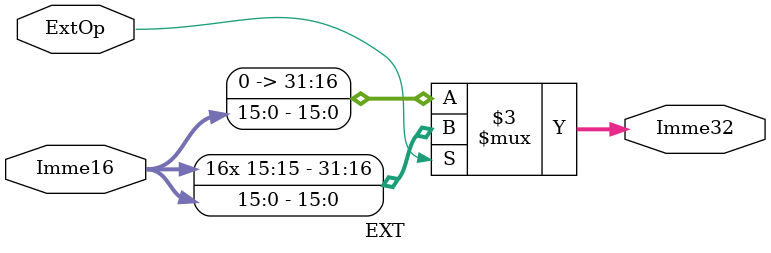
<source format=v>
`timescale 1ns / 1ps
module EXT(
	input [15:0] Imme16,
	input ExtOp,
	output reg[31:0] Imme32
    );

	always@(*) begin
		if(ExtOp) begin
			Imme32 = {{16{Imme16[15]}}, Imme16};
		end else begin
			Imme32 = {{16{1'b0}}, Imme16};
		end
	end
endmodule

</source>
